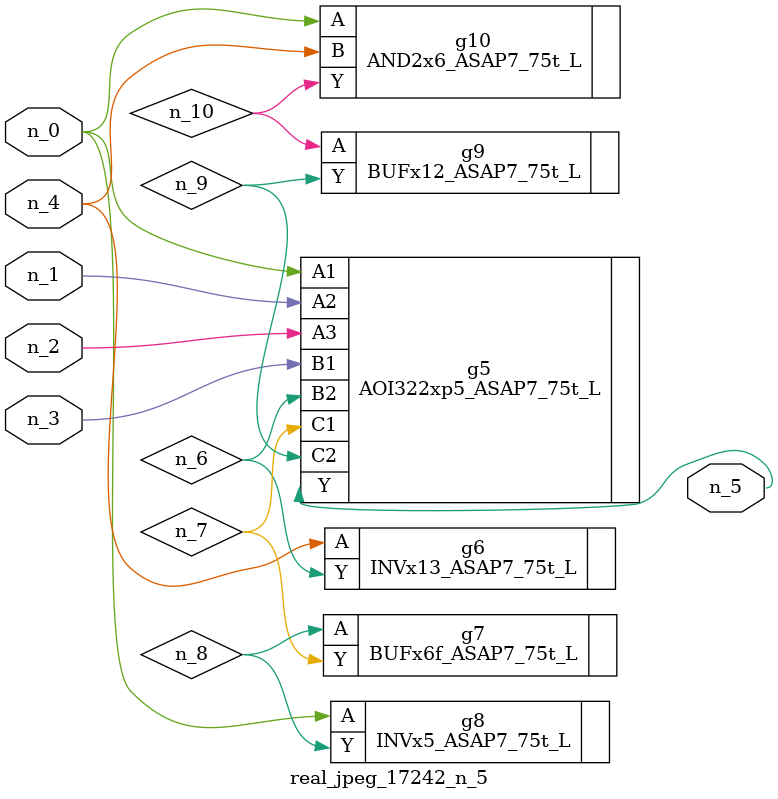
<source format=v>
module real_jpeg_17242_n_5 (n_4, n_0, n_1, n_2, n_3, n_5);

input n_4;
input n_0;
input n_1;
input n_2;
input n_3;

output n_5;

wire n_8;
wire n_6;
wire n_7;
wire n_10;
wire n_9;

AOI322xp5_ASAP7_75t_L g5 ( 
.A1(n_0),
.A2(n_1),
.A3(n_2),
.B1(n_3),
.B2(n_6),
.C1(n_7),
.C2(n_9),
.Y(n_5)
);

INVx5_ASAP7_75t_L g8 ( 
.A(n_0),
.Y(n_8)
);

AND2x6_ASAP7_75t_L g10 ( 
.A(n_0),
.B(n_4),
.Y(n_10)
);

INVx13_ASAP7_75t_L g6 ( 
.A(n_4),
.Y(n_6)
);

BUFx6f_ASAP7_75t_L g7 ( 
.A(n_8),
.Y(n_7)
);

BUFx12_ASAP7_75t_L g9 ( 
.A(n_10),
.Y(n_9)
);


endmodule
</source>
